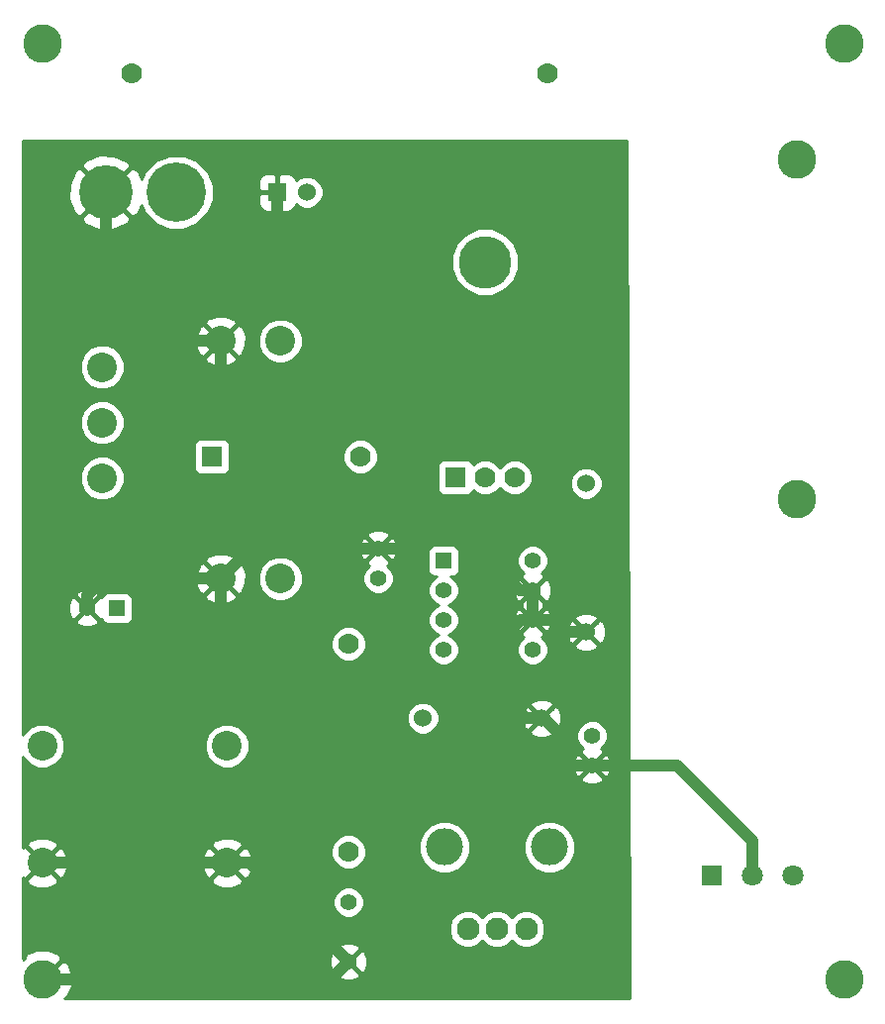
<source format=gbl>
G04 (created by PCBNEW (2013-jul-07)-stable) date Mon 24 Dec 2018 12:48:21 PM PST*
%MOIN*%
G04 Gerber Fmt 3.4, Leading zero omitted, Abs format*
%FSLAX34Y34*%
G01*
G70*
G90*
G04 APERTURE LIST*
%ADD10C,0.00590551*%
%ADD11C,0.1*%
%ADD12R,0.06X0.06*%
%ADD13C,0.06*%
%ADD14R,0.055X0.055*%
%ADD15C,0.055*%
%ADD16C,0.2*%
%ADD17C,0.1811*%
%ADD18C,0.13*%
%ADD19C,0.07*%
%ADD20R,0.07X0.07*%
%ADD21C,0.1772*%
%ADD22C,0.076*%
%ADD23C,0.125*%
%ADD24C,0.0709*%
%ADD25R,0.0709X0.0709*%
%ADD26C,0.04*%
%ADD27C,0.01*%
G04 APERTURE END LIST*
G54D10*
G54D11*
X37000Y-43380D03*
X37000Y-45250D03*
X37000Y-47120D03*
G54D12*
X42900Y-37500D03*
G54D13*
X43900Y-37500D03*
G54D14*
X48500Y-49900D03*
G54D15*
X48500Y-50900D03*
X48500Y-51900D03*
X48500Y-52900D03*
X51500Y-52900D03*
X51500Y-51900D03*
X51500Y-50900D03*
X51500Y-49900D03*
G54D16*
X39500Y-37500D03*
G54D17*
X37138Y-37500D03*
G54D11*
X43000Y-50500D03*
X41000Y-50500D03*
X43000Y-42500D03*
X41000Y-42500D03*
G54D15*
X45300Y-61400D03*
X45300Y-63400D03*
G54D14*
X37500Y-51500D03*
G54D15*
X36500Y-51500D03*
X46300Y-50500D03*
X46300Y-49500D03*
X53500Y-55800D03*
X53500Y-56800D03*
G54D18*
X62000Y-64000D03*
X62000Y-32500D03*
X35000Y-32500D03*
G54D13*
X47800Y-55200D03*
X51800Y-55200D03*
G54D19*
X45700Y-46400D03*
G54D20*
X40700Y-46400D03*
G54D19*
X45300Y-59700D03*
X45300Y-52700D03*
G54D13*
X53300Y-47300D03*
X53300Y-52300D03*
G54D19*
X52000Y-33500D03*
X38000Y-33500D03*
G54D11*
X34990Y-56131D03*
X41210Y-56131D03*
X34990Y-60069D03*
X41210Y-60069D03*
G54D20*
X48900Y-47100D03*
G54D19*
X49900Y-47100D03*
X50900Y-47100D03*
G54D21*
X49900Y-39848D03*
G54D22*
X49316Y-62300D03*
X50300Y-62300D03*
X51284Y-62300D03*
G54D23*
X48528Y-59544D03*
X52072Y-59544D03*
G54D18*
X35000Y-64000D03*
G54D24*
X58900Y-60500D03*
G54D25*
X57522Y-60500D03*
G54D24*
X60278Y-60500D03*
G54D18*
X60400Y-36385D03*
X60400Y-47815D03*
G54D26*
X41210Y-60069D02*
X41969Y-60069D01*
X41969Y-60069D02*
X45300Y-63400D01*
X35000Y-64000D02*
X44700Y-64000D01*
X44700Y-64000D02*
X45300Y-63400D01*
X38170Y-58080D02*
X38170Y-58120D01*
X40119Y-60069D02*
X41210Y-60069D01*
X38170Y-58120D02*
X40119Y-60069D01*
X41000Y-50500D02*
X41000Y-53930D01*
X36181Y-60069D02*
X34990Y-60069D01*
X38210Y-58040D02*
X38170Y-58080D01*
X38170Y-58080D02*
X36181Y-60069D01*
X38210Y-56720D02*
X38210Y-58040D01*
X41000Y-53930D02*
X38210Y-56720D01*
X53500Y-56800D02*
X56360Y-56800D01*
X58900Y-59340D02*
X58900Y-60500D01*
X56360Y-56800D02*
X58900Y-59340D01*
X51800Y-55200D02*
X51870Y-55200D01*
X52770Y-56800D02*
X53500Y-56800D01*
X52530Y-56560D02*
X52770Y-56800D01*
X52530Y-55860D02*
X52530Y-56560D01*
X51870Y-55200D02*
X52530Y-55860D01*
X51500Y-51900D02*
X51100Y-51900D01*
X51260Y-55200D02*
X51800Y-55200D01*
X50620Y-54560D02*
X51260Y-55200D01*
X50620Y-52380D02*
X50620Y-54560D01*
X51100Y-51900D02*
X50620Y-52380D01*
X51500Y-51900D02*
X52170Y-51900D01*
X52570Y-52300D02*
X53300Y-52300D01*
X52170Y-51900D02*
X52570Y-52300D01*
X51500Y-50900D02*
X51500Y-51900D01*
X46300Y-49500D02*
X47390Y-49500D01*
X51060Y-50900D02*
X51500Y-50900D01*
X49170Y-49010D02*
X51060Y-50900D01*
X47880Y-49010D02*
X49170Y-49010D01*
X47390Y-49500D02*
X47880Y-49010D01*
X46300Y-49500D02*
X42310Y-49500D01*
X42310Y-49500D02*
X41900Y-49090D01*
X36500Y-51500D02*
X36500Y-51050D01*
X37050Y-50500D02*
X41000Y-50500D01*
X36500Y-51050D02*
X37050Y-50500D01*
X41000Y-42500D02*
X41000Y-44350D01*
X41900Y-49600D02*
X41000Y-50500D01*
X41900Y-45250D02*
X41900Y-49090D01*
X41900Y-49090D02*
X41900Y-49600D01*
X41000Y-44350D02*
X41900Y-45250D01*
X41000Y-42500D02*
X39110Y-42500D01*
X37138Y-40528D02*
X37138Y-38858D01*
X39110Y-42500D02*
X37138Y-40528D01*
X37138Y-37500D02*
X37138Y-38858D01*
X42900Y-38630D02*
X42900Y-37500D01*
X42170Y-39360D02*
X42900Y-38630D01*
X37640Y-39360D02*
X42170Y-39360D01*
X37138Y-38858D02*
X37640Y-39360D01*
G54D10*
G36*
X54749Y-64625D02*
X54125Y-64625D01*
X54125Y-56675D01*
X54029Y-56445D01*
X54029Y-56445D01*
X54025Y-56445D01*
X54025Y-55696D01*
X53950Y-55514D01*
X53950Y-52171D01*
X53851Y-51932D01*
X53850Y-51930D01*
X53850Y-51930D01*
X53850Y-47191D01*
X53766Y-46988D01*
X53611Y-46834D01*
X53409Y-46750D01*
X53191Y-46749D01*
X52988Y-46833D01*
X52834Y-46988D01*
X52750Y-47190D01*
X52749Y-47408D01*
X52833Y-47611D01*
X52988Y-47765D01*
X53190Y-47849D01*
X53408Y-47850D01*
X53611Y-47766D01*
X53765Y-47611D01*
X53849Y-47409D01*
X53850Y-47191D01*
X53850Y-51930D01*
X53724Y-51911D01*
X53688Y-51946D01*
X53688Y-51875D01*
X53669Y-51749D01*
X53430Y-51650D01*
X53171Y-51649D01*
X52932Y-51748D01*
X52930Y-51749D01*
X52911Y-51875D01*
X53300Y-52264D01*
X53688Y-51875D01*
X53688Y-51946D01*
X53335Y-52300D01*
X53724Y-52688D01*
X53850Y-52669D01*
X53949Y-52430D01*
X53950Y-52171D01*
X53950Y-55514D01*
X53945Y-55503D01*
X53797Y-55355D01*
X53688Y-55309D01*
X53688Y-52724D01*
X53300Y-52335D01*
X53264Y-52370D01*
X53264Y-52300D01*
X52875Y-51911D01*
X52749Y-51930D01*
X52650Y-52169D01*
X52649Y-52428D01*
X52748Y-52667D01*
X52749Y-52669D01*
X52875Y-52688D01*
X53264Y-52300D01*
X53264Y-52370D01*
X52911Y-52724D01*
X52930Y-52850D01*
X53169Y-52949D01*
X53428Y-52950D01*
X53667Y-52851D01*
X53669Y-52850D01*
X53688Y-52724D01*
X53688Y-55309D01*
X53604Y-55275D01*
X53396Y-55274D01*
X53203Y-55354D01*
X53055Y-55502D01*
X52975Y-55695D01*
X52974Y-55903D01*
X53054Y-56097D01*
X53202Y-56244D01*
X53204Y-56245D01*
X53145Y-56270D01*
X53145Y-56270D01*
X53129Y-56393D01*
X53500Y-56764D01*
X53870Y-56393D01*
X53854Y-56270D01*
X53795Y-56245D01*
X53797Y-56245D01*
X53944Y-56097D01*
X54024Y-55904D01*
X54025Y-55696D01*
X54025Y-56445D01*
X53906Y-56429D01*
X53535Y-56800D01*
X53906Y-57170D01*
X54029Y-57154D01*
X54124Y-56924D01*
X54125Y-56675D01*
X54125Y-64625D01*
X53870Y-64625D01*
X53870Y-57206D01*
X53500Y-56835D01*
X53464Y-56870D01*
X53464Y-56800D01*
X53093Y-56429D01*
X52970Y-56445D01*
X52875Y-56675D01*
X52874Y-56924D01*
X52970Y-57154D01*
X52970Y-57154D01*
X53093Y-57170D01*
X53464Y-56800D01*
X53464Y-56870D01*
X53129Y-57206D01*
X53145Y-57329D01*
X53375Y-57424D01*
X53624Y-57425D01*
X53854Y-57329D01*
X53854Y-57329D01*
X53870Y-57206D01*
X53870Y-64625D01*
X52947Y-64625D01*
X52947Y-59370D01*
X52814Y-59049D01*
X52568Y-58802D01*
X52450Y-58753D01*
X52450Y-55071D01*
X52351Y-54832D01*
X52350Y-54830D01*
X52224Y-54811D01*
X52188Y-54846D01*
X52188Y-54775D01*
X52169Y-54649D01*
X52125Y-54631D01*
X52125Y-51775D01*
X52125Y-50775D01*
X52029Y-50545D01*
X52029Y-50545D01*
X52025Y-50545D01*
X52025Y-49796D01*
X51945Y-49603D01*
X51797Y-49455D01*
X51604Y-49375D01*
X51500Y-49375D01*
X51500Y-46981D01*
X51408Y-46760D01*
X51240Y-46591D01*
X51036Y-46506D01*
X51036Y-39623D01*
X50863Y-39205D01*
X50544Y-38885D01*
X50126Y-38712D01*
X49675Y-38711D01*
X49257Y-38884D01*
X48937Y-39203D01*
X48764Y-39621D01*
X48763Y-40072D01*
X48936Y-40490D01*
X49255Y-40810D01*
X49673Y-40983D01*
X50124Y-40984D01*
X50542Y-40811D01*
X50862Y-40492D01*
X51035Y-40074D01*
X51036Y-39623D01*
X51036Y-46506D01*
X51019Y-46500D01*
X50781Y-46499D01*
X50560Y-46591D01*
X50399Y-46751D01*
X50240Y-46591D01*
X50019Y-46500D01*
X49781Y-46499D01*
X49560Y-46591D01*
X49485Y-46665D01*
X49462Y-46608D01*
X49391Y-46538D01*
X49299Y-46500D01*
X49200Y-46499D01*
X48500Y-46499D01*
X48408Y-46537D01*
X48338Y-46608D01*
X48300Y-46700D01*
X48299Y-46799D01*
X48299Y-47499D01*
X48337Y-47591D01*
X48408Y-47661D01*
X48500Y-47699D01*
X48599Y-47700D01*
X49299Y-47700D01*
X49391Y-47662D01*
X49461Y-47591D01*
X49485Y-47534D01*
X49559Y-47608D01*
X49780Y-47699D01*
X50018Y-47700D01*
X50239Y-47608D01*
X50400Y-47448D01*
X50559Y-47608D01*
X50780Y-47699D01*
X51018Y-47700D01*
X51239Y-47608D01*
X51408Y-47440D01*
X51499Y-47219D01*
X51500Y-46981D01*
X51500Y-49375D01*
X51396Y-49374D01*
X51203Y-49454D01*
X51055Y-49602D01*
X50975Y-49795D01*
X50974Y-50003D01*
X51054Y-50197D01*
X51202Y-50344D01*
X51204Y-50345D01*
X51145Y-50370D01*
X51145Y-50370D01*
X51129Y-50493D01*
X51500Y-50864D01*
X51870Y-50493D01*
X51854Y-50370D01*
X51795Y-50345D01*
X51797Y-50345D01*
X51944Y-50197D01*
X52024Y-50004D01*
X52025Y-49796D01*
X52025Y-50545D01*
X51906Y-50529D01*
X51535Y-50900D01*
X51906Y-51270D01*
X52029Y-51254D01*
X52124Y-51024D01*
X52125Y-50775D01*
X52125Y-51775D01*
X52029Y-51545D01*
X52029Y-51545D01*
X51906Y-51529D01*
X51870Y-51564D01*
X51870Y-51493D01*
X51858Y-51400D01*
X51870Y-51306D01*
X51500Y-50935D01*
X51464Y-50970D01*
X51464Y-50900D01*
X51093Y-50529D01*
X50970Y-50545D01*
X50875Y-50775D01*
X50874Y-51024D01*
X50970Y-51254D01*
X50970Y-51254D01*
X51093Y-51270D01*
X51464Y-50900D01*
X51464Y-50970D01*
X51129Y-51306D01*
X51141Y-51400D01*
X51129Y-51493D01*
X51500Y-51864D01*
X51870Y-51493D01*
X51870Y-51564D01*
X51535Y-51900D01*
X51906Y-52270D01*
X52029Y-52254D01*
X52124Y-52024D01*
X52125Y-51775D01*
X52125Y-54631D01*
X52025Y-54589D01*
X52025Y-52796D01*
X51945Y-52603D01*
X51797Y-52455D01*
X51795Y-52454D01*
X51854Y-52429D01*
X51854Y-52429D01*
X51870Y-52306D01*
X51500Y-51935D01*
X51464Y-51970D01*
X51464Y-51900D01*
X51093Y-51529D01*
X50970Y-51545D01*
X50875Y-51775D01*
X50874Y-52024D01*
X50970Y-52254D01*
X50970Y-52254D01*
X51093Y-52270D01*
X51464Y-51900D01*
X51464Y-51970D01*
X51129Y-52306D01*
X51145Y-52429D01*
X51204Y-52454D01*
X51203Y-52454D01*
X51055Y-52602D01*
X50975Y-52795D01*
X50974Y-53003D01*
X51054Y-53197D01*
X51202Y-53344D01*
X51395Y-53424D01*
X51603Y-53425D01*
X51797Y-53345D01*
X51944Y-53197D01*
X52024Y-53004D01*
X52025Y-52796D01*
X52025Y-54589D01*
X51930Y-54550D01*
X51671Y-54549D01*
X51432Y-54648D01*
X51430Y-54649D01*
X51411Y-54775D01*
X51800Y-55164D01*
X52188Y-54775D01*
X52188Y-54846D01*
X51835Y-55200D01*
X52224Y-55588D01*
X52350Y-55569D01*
X52449Y-55330D01*
X52450Y-55071D01*
X52450Y-58753D01*
X52246Y-58669D01*
X52188Y-58669D01*
X52188Y-55624D01*
X51800Y-55235D01*
X51764Y-55270D01*
X51764Y-55200D01*
X51375Y-54811D01*
X51249Y-54830D01*
X51150Y-55069D01*
X51149Y-55328D01*
X51248Y-55567D01*
X51249Y-55569D01*
X51375Y-55588D01*
X51764Y-55200D01*
X51764Y-55270D01*
X51411Y-55624D01*
X51430Y-55750D01*
X51669Y-55849D01*
X51928Y-55850D01*
X52167Y-55751D01*
X52169Y-55750D01*
X52188Y-55624D01*
X52188Y-58669D01*
X51898Y-58668D01*
X51577Y-58801D01*
X51330Y-59047D01*
X51197Y-59369D01*
X51196Y-59717D01*
X51329Y-60039D01*
X51575Y-60285D01*
X51897Y-60418D01*
X52245Y-60419D01*
X52567Y-60286D01*
X52813Y-60040D01*
X52946Y-59718D01*
X52947Y-59370D01*
X52947Y-64625D01*
X51914Y-64625D01*
X51914Y-62175D01*
X51818Y-61943D01*
X51641Y-61766D01*
X51409Y-61670D01*
X51159Y-61669D01*
X50927Y-61765D01*
X50791Y-61901D01*
X50657Y-61766D01*
X50425Y-61670D01*
X50175Y-61669D01*
X49943Y-61765D01*
X49807Y-61901D01*
X49673Y-61766D01*
X49441Y-61670D01*
X49403Y-61670D01*
X49403Y-59370D01*
X49270Y-59049D01*
X49025Y-58803D01*
X49025Y-52796D01*
X48945Y-52603D01*
X48797Y-52455D01*
X48664Y-52399D01*
X48797Y-52345D01*
X48944Y-52197D01*
X49024Y-52004D01*
X49025Y-51796D01*
X48945Y-51603D01*
X48797Y-51455D01*
X48664Y-51399D01*
X48797Y-51345D01*
X48944Y-51197D01*
X49024Y-51004D01*
X49025Y-50796D01*
X48945Y-50603D01*
X48797Y-50455D01*
X48725Y-50425D01*
X48824Y-50425D01*
X48916Y-50387D01*
X48986Y-50316D01*
X49024Y-50224D01*
X49025Y-50125D01*
X49025Y-49575D01*
X48987Y-49483D01*
X48916Y-49413D01*
X48824Y-49375D01*
X48725Y-49374D01*
X48175Y-49374D01*
X48083Y-49412D01*
X48013Y-49483D01*
X47975Y-49575D01*
X47974Y-49674D01*
X47974Y-50224D01*
X48012Y-50316D01*
X48083Y-50386D01*
X48175Y-50424D01*
X48274Y-50425D01*
X48274Y-50425D01*
X48203Y-50454D01*
X48055Y-50602D01*
X47975Y-50795D01*
X47974Y-51003D01*
X48054Y-51197D01*
X48202Y-51344D01*
X48335Y-51400D01*
X48203Y-51454D01*
X48055Y-51602D01*
X47975Y-51795D01*
X47974Y-52003D01*
X48054Y-52197D01*
X48202Y-52344D01*
X48335Y-52400D01*
X48203Y-52454D01*
X48055Y-52602D01*
X47975Y-52795D01*
X47974Y-53003D01*
X48054Y-53197D01*
X48202Y-53344D01*
X48395Y-53424D01*
X48603Y-53425D01*
X48797Y-53345D01*
X48944Y-53197D01*
X49024Y-53004D01*
X49025Y-52796D01*
X49025Y-58803D01*
X49024Y-58802D01*
X48702Y-58669D01*
X48354Y-58668D01*
X48350Y-58670D01*
X48350Y-55091D01*
X48266Y-54888D01*
X48111Y-54734D01*
X47909Y-54650D01*
X47691Y-54649D01*
X47488Y-54733D01*
X47334Y-54888D01*
X47250Y-55090D01*
X47249Y-55308D01*
X47333Y-55511D01*
X47488Y-55665D01*
X47690Y-55749D01*
X47908Y-55750D01*
X48111Y-55666D01*
X48265Y-55511D01*
X48349Y-55309D01*
X48350Y-55091D01*
X48350Y-58670D01*
X48033Y-58801D01*
X47786Y-59047D01*
X47653Y-59369D01*
X47652Y-59717D01*
X47785Y-60039D01*
X48031Y-60285D01*
X48353Y-60418D01*
X48701Y-60419D01*
X49023Y-60286D01*
X49269Y-60040D01*
X49402Y-59718D01*
X49403Y-59370D01*
X49403Y-61670D01*
X49191Y-61669D01*
X48959Y-61765D01*
X48782Y-61942D01*
X48686Y-62174D01*
X48685Y-62424D01*
X48781Y-62656D01*
X48958Y-62833D01*
X49190Y-62929D01*
X49440Y-62930D01*
X49672Y-62834D01*
X49808Y-62698D01*
X49942Y-62833D01*
X50174Y-62929D01*
X50424Y-62930D01*
X50656Y-62834D01*
X50792Y-62698D01*
X50926Y-62833D01*
X51158Y-62929D01*
X51408Y-62930D01*
X51640Y-62834D01*
X51817Y-62657D01*
X51913Y-62425D01*
X51914Y-62175D01*
X51914Y-64625D01*
X46925Y-64625D01*
X46925Y-49375D01*
X46829Y-49145D01*
X46829Y-49145D01*
X46706Y-49129D01*
X46670Y-49164D01*
X46670Y-49093D01*
X46654Y-48970D01*
X46424Y-48875D01*
X46300Y-48875D01*
X46300Y-46281D01*
X46208Y-46060D01*
X46040Y-45891D01*
X45819Y-45800D01*
X45581Y-45799D01*
X45360Y-45891D01*
X45191Y-46059D01*
X45100Y-46280D01*
X45099Y-46518D01*
X45191Y-46739D01*
X45359Y-46908D01*
X45580Y-46999D01*
X45818Y-47000D01*
X46039Y-46908D01*
X46208Y-46740D01*
X46299Y-46519D01*
X46300Y-46281D01*
X46300Y-48875D01*
X46175Y-48874D01*
X45945Y-48970D01*
X45945Y-48970D01*
X45929Y-49093D01*
X46300Y-49464D01*
X46670Y-49093D01*
X46670Y-49164D01*
X46335Y-49500D01*
X46706Y-49870D01*
X46829Y-49854D01*
X46924Y-49624D01*
X46925Y-49375D01*
X46925Y-64625D01*
X46825Y-64625D01*
X46825Y-50396D01*
X46745Y-50203D01*
X46597Y-50055D01*
X46595Y-50054D01*
X46654Y-50029D01*
X46654Y-50029D01*
X46670Y-49906D01*
X46300Y-49535D01*
X46264Y-49570D01*
X46264Y-49500D01*
X45893Y-49129D01*
X45770Y-49145D01*
X45675Y-49375D01*
X45674Y-49624D01*
X45770Y-49854D01*
X45770Y-49854D01*
X45893Y-49870D01*
X46264Y-49500D01*
X46264Y-49570D01*
X45929Y-49906D01*
X45945Y-50029D01*
X46004Y-50054D01*
X46003Y-50054D01*
X45855Y-50202D01*
X45775Y-50395D01*
X45774Y-50603D01*
X45854Y-50797D01*
X46002Y-50944D01*
X46195Y-51024D01*
X46403Y-51025D01*
X46597Y-50945D01*
X46744Y-50797D01*
X46824Y-50604D01*
X46825Y-50396D01*
X46825Y-64625D01*
X45925Y-64625D01*
X45925Y-63275D01*
X45900Y-63215D01*
X45900Y-59581D01*
X45900Y-52581D01*
X45808Y-52360D01*
X45640Y-52191D01*
X45419Y-52100D01*
X45181Y-52099D01*
X44960Y-52191D01*
X44791Y-52359D01*
X44700Y-52580D01*
X44699Y-52818D01*
X44791Y-53039D01*
X44959Y-53208D01*
X45180Y-53299D01*
X45418Y-53300D01*
X45639Y-53208D01*
X45808Y-53040D01*
X45899Y-52819D01*
X45900Y-52581D01*
X45900Y-59581D01*
X45808Y-59360D01*
X45640Y-59191D01*
X45419Y-59100D01*
X45181Y-59099D01*
X44960Y-59191D01*
X44791Y-59359D01*
X44700Y-59580D01*
X44699Y-59818D01*
X44791Y-60039D01*
X44959Y-60208D01*
X45180Y-60299D01*
X45418Y-60300D01*
X45639Y-60208D01*
X45808Y-60040D01*
X45899Y-59819D01*
X45900Y-59581D01*
X45900Y-63215D01*
X45829Y-63045D01*
X45829Y-63045D01*
X45825Y-63045D01*
X45825Y-61296D01*
X45745Y-61103D01*
X45597Y-60955D01*
X45404Y-60875D01*
X45196Y-60874D01*
X45003Y-60954D01*
X44855Y-61102D01*
X44775Y-61295D01*
X44774Y-61503D01*
X44854Y-61697D01*
X45002Y-61844D01*
X45195Y-61924D01*
X45403Y-61925D01*
X45597Y-61845D01*
X45744Y-61697D01*
X45824Y-61504D01*
X45825Y-61296D01*
X45825Y-63045D01*
X45706Y-63029D01*
X45670Y-63064D01*
X45670Y-62993D01*
X45654Y-62870D01*
X45424Y-62775D01*
X45175Y-62774D01*
X44945Y-62870D01*
X44945Y-62870D01*
X44929Y-62993D01*
X45300Y-63364D01*
X45670Y-62993D01*
X45670Y-63064D01*
X45335Y-63400D01*
X45706Y-63770D01*
X45829Y-63754D01*
X45924Y-63524D01*
X45925Y-63275D01*
X45925Y-64625D01*
X45670Y-64625D01*
X45670Y-63806D01*
X45300Y-63435D01*
X45264Y-63470D01*
X45264Y-63400D01*
X44893Y-63029D01*
X44770Y-63045D01*
X44675Y-63275D01*
X44674Y-63524D01*
X44770Y-63754D01*
X44770Y-63754D01*
X44893Y-63770D01*
X45264Y-63400D01*
X45264Y-63470D01*
X44929Y-63806D01*
X44945Y-63929D01*
X45175Y-64024D01*
X45424Y-64025D01*
X45654Y-63929D01*
X45654Y-63929D01*
X45670Y-63806D01*
X45670Y-64625D01*
X44450Y-64625D01*
X44450Y-37391D01*
X44366Y-37188D01*
X44211Y-37034D01*
X44009Y-36950D01*
X43791Y-36949D01*
X43588Y-37033D01*
X43532Y-37089D01*
X43496Y-37001D01*
X43398Y-36903D01*
X43269Y-36849D01*
X43012Y-36850D01*
X42925Y-36937D01*
X42925Y-37475D01*
X42932Y-37475D01*
X42932Y-37525D01*
X42925Y-37525D01*
X42925Y-38062D01*
X43012Y-38150D01*
X43269Y-38150D01*
X43398Y-38096D01*
X43496Y-37998D01*
X43532Y-37910D01*
X43588Y-37965D01*
X43790Y-38049D01*
X44008Y-38050D01*
X44211Y-37966D01*
X44365Y-37811D01*
X44449Y-37609D01*
X44450Y-37391D01*
X44450Y-64625D01*
X43750Y-64625D01*
X43750Y-50351D01*
X43750Y-42351D01*
X43636Y-42075D01*
X43425Y-41864D01*
X43149Y-41750D01*
X42875Y-41749D01*
X42875Y-38062D01*
X42875Y-37525D01*
X42875Y-37475D01*
X42875Y-36937D01*
X42787Y-36850D01*
X42530Y-36849D01*
X42402Y-36903D01*
X42303Y-37001D01*
X42250Y-37130D01*
X42249Y-37269D01*
X42250Y-37387D01*
X42337Y-37475D01*
X42875Y-37475D01*
X42875Y-37525D01*
X42337Y-37525D01*
X42250Y-37612D01*
X42249Y-37730D01*
X42250Y-37869D01*
X42303Y-37998D01*
X42402Y-38096D01*
X42530Y-38150D01*
X42787Y-38150D01*
X42875Y-38062D01*
X42875Y-41749D01*
X42851Y-41749D01*
X42575Y-41863D01*
X42364Y-42074D01*
X42250Y-42350D01*
X42249Y-42648D01*
X42363Y-42924D01*
X42574Y-43135D01*
X42850Y-43249D01*
X43148Y-43250D01*
X43424Y-43136D01*
X43635Y-42925D01*
X43749Y-42649D01*
X43750Y-42351D01*
X43750Y-50351D01*
X43636Y-50075D01*
X43425Y-49864D01*
X43149Y-49750D01*
X42851Y-49749D01*
X42575Y-49863D01*
X42364Y-50074D01*
X42250Y-50350D01*
X42249Y-50648D01*
X42363Y-50924D01*
X42574Y-51135D01*
X42850Y-51249D01*
X43148Y-51250D01*
X43424Y-51136D01*
X43635Y-50925D01*
X43749Y-50649D01*
X43750Y-50351D01*
X43750Y-64625D01*
X42061Y-64625D01*
X42061Y-59908D01*
X41960Y-59656D01*
X41960Y-55982D01*
X41851Y-55720D01*
X41851Y-50339D01*
X41851Y-42339D01*
X41725Y-42026D01*
X41715Y-42011D01*
X41568Y-41967D01*
X41532Y-42002D01*
X41532Y-41931D01*
X41488Y-41784D01*
X41177Y-41651D01*
X40839Y-41648D01*
X40750Y-41684D01*
X40750Y-37252D01*
X40560Y-36792D01*
X40208Y-36440D01*
X39749Y-36250D01*
X39252Y-36249D01*
X38792Y-36439D01*
X38440Y-36791D01*
X38321Y-37078D01*
X38216Y-36809D01*
X38188Y-36767D01*
X37998Y-36674D01*
X37963Y-36709D01*
X37963Y-36639D01*
X37870Y-36449D01*
X37412Y-36249D01*
X36913Y-36239D01*
X36447Y-36421D01*
X36405Y-36449D01*
X36312Y-36639D01*
X37138Y-37464D01*
X37963Y-36639D01*
X37963Y-36709D01*
X37173Y-37500D01*
X37998Y-38325D01*
X38188Y-38232D01*
X38322Y-37924D01*
X38439Y-38207D01*
X38791Y-38559D01*
X39250Y-38749D01*
X39747Y-38750D01*
X40207Y-38560D01*
X40559Y-38208D01*
X40749Y-37749D01*
X40750Y-37252D01*
X40750Y-41684D01*
X40526Y-41774D01*
X40511Y-41784D01*
X40467Y-41931D01*
X41000Y-42464D01*
X41532Y-41931D01*
X41532Y-42002D01*
X41035Y-42500D01*
X41568Y-43032D01*
X41715Y-42988D01*
X41848Y-42677D01*
X41851Y-42339D01*
X41851Y-50339D01*
X41725Y-50026D01*
X41715Y-50011D01*
X41568Y-49967D01*
X41532Y-50002D01*
X41532Y-49931D01*
X41532Y-43068D01*
X41000Y-42535D01*
X40964Y-42570D01*
X40964Y-42500D01*
X40431Y-41967D01*
X40284Y-42011D01*
X40151Y-42322D01*
X40148Y-42660D01*
X40274Y-42973D01*
X40284Y-42988D01*
X40431Y-43032D01*
X40964Y-42500D01*
X40964Y-42570D01*
X40467Y-43068D01*
X40511Y-43215D01*
X40822Y-43348D01*
X41160Y-43351D01*
X41473Y-43225D01*
X41488Y-43215D01*
X41532Y-43068D01*
X41532Y-49931D01*
X41488Y-49784D01*
X41300Y-49703D01*
X41300Y-46700D01*
X41300Y-46000D01*
X41262Y-45908D01*
X41191Y-45838D01*
X41099Y-45800D01*
X41000Y-45799D01*
X40300Y-45799D01*
X40208Y-45837D01*
X40138Y-45908D01*
X40100Y-46000D01*
X40099Y-46099D01*
X40099Y-46799D01*
X40137Y-46891D01*
X40208Y-46961D01*
X40300Y-46999D01*
X40399Y-47000D01*
X41099Y-47000D01*
X41191Y-46962D01*
X41261Y-46891D01*
X41299Y-46799D01*
X41300Y-46700D01*
X41300Y-49703D01*
X41177Y-49651D01*
X40839Y-49648D01*
X40526Y-49774D01*
X40511Y-49784D01*
X40467Y-49931D01*
X41000Y-50464D01*
X41532Y-49931D01*
X41532Y-50002D01*
X41035Y-50500D01*
X41568Y-51032D01*
X41715Y-50988D01*
X41848Y-50677D01*
X41851Y-50339D01*
X41851Y-55720D01*
X41846Y-55706D01*
X41635Y-55495D01*
X41532Y-55453D01*
X41532Y-51068D01*
X41000Y-50535D01*
X40964Y-50570D01*
X40964Y-50500D01*
X40431Y-49967D01*
X40284Y-50011D01*
X40151Y-50322D01*
X40148Y-50660D01*
X40274Y-50973D01*
X40284Y-50988D01*
X40431Y-51032D01*
X40964Y-50500D01*
X40964Y-50570D01*
X40467Y-51068D01*
X40511Y-51215D01*
X40822Y-51348D01*
X41160Y-51351D01*
X41473Y-51225D01*
X41488Y-51215D01*
X41532Y-51068D01*
X41532Y-55453D01*
X41359Y-55381D01*
X41061Y-55380D01*
X40785Y-55494D01*
X40574Y-55705D01*
X40460Y-55981D01*
X40459Y-56279D01*
X40573Y-56555D01*
X40784Y-56766D01*
X41060Y-56880D01*
X41358Y-56881D01*
X41634Y-56767D01*
X41845Y-56556D01*
X41959Y-56280D01*
X41960Y-55982D01*
X41960Y-59656D01*
X41935Y-59595D01*
X41925Y-59580D01*
X41778Y-59536D01*
X41742Y-59571D01*
X41742Y-59500D01*
X41698Y-59353D01*
X41387Y-59220D01*
X41049Y-59217D01*
X40736Y-59343D01*
X40721Y-59353D01*
X40677Y-59500D01*
X41210Y-60033D01*
X41742Y-59500D01*
X41742Y-59571D01*
X41245Y-60069D01*
X41778Y-60601D01*
X41925Y-60557D01*
X42058Y-60246D01*
X42061Y-59908D01*
X42061Y-64625D01*
X41742Y-64625D01*
X41742Y-60637D01*
X41210Y-60104D01*
X41174Y-60139D01*
X41174Y-60069D01*
X40641Y-59536D01*
X40494Y-59580D01*
X40361Y-59891D01*
X40358Y-60229D01*
X40484Y-60542D01*
X40494Y-60557D01*
X40641Y-60601D01*
X41174Y-60069D01*
X41174Y-60139D01*
X40677Y-60637D01*
X40721Y-60784D01*
X41032Y-60917D01*
X41370Y-60920D01*
X41683Y-60794D01*
X41698Y-60784D01*
X41742Y-60637D01*
X41742Y-64625D01*
X38025Y-64625D01*
X38025Y-51725D01*
X38025Y-51175D01*
X37987Y-51083D01*
X37963Y-51059D01*
X37963Y-38360D01*
X37138Y-37535D01*
X37102Y-37570D01*
X37102Y-37500D01*
X36277Y-36674D01*
X36087Y-36767D01*
X35887Y-37225D01*
X35877Y-37724D01*
X36059Y-38190D01*
X36087Y-38232D01*
X36277Y-38325D01*
X37102Y-37500D01*
X37102Y-37570D01*
X36312Y-38360D01*
X36405Y-38550D01*
X36863Y-38750D01*
X37362Y-38760D01*
X37828Y-38578D01*
X37870Y-38550D01*
X37963Y-38360D01*
X37963Y-51059D01*
X37916Y-51013D01*
X37824Y-50975D01*
X37750Y-50974D01*
X37750Y-46971D01*
X37750Y-45101D01*
X37750Y-43231D01*
X37636Y-42955D01*
X37425Y-42744D01*
X37149Y-42630D01*
X36851Y-42629D01*
X36575Y-42743D01*
X36364Y-42954D01*
X36250Y-43230D01*
X36249Y-43528D01*
X36363Y-43804D01*
X36574Y-44015D01*
X36850Y-44129D01*
X37148Y-44130D01*
X37424Y-44016D01*
X37635Y-43805D01*
X37749Y-43529D01*
X37750Y-43231D01*
X37750Y-45101D01*
X37636Y-44825D01*
X37425Y-44614D01*
X37149Y-44500D01*
X36851Y-44499D01*
X36575Y-44613D01*
X36364Y-44824D01*
X36250Y-45100D01*
X36249Y-45398D01*
X36363Y-45674D01*
X36574Y-45885D01*
X36850Y-45999D01*
X37148Y-46000D01*
X37424Y-45886D01*
X37635Y-45675D01*
X37749Y-45399D01*
X37750Y-45101D01*
X37750Y-46971D01*
X37636Y-46695D01*
X37425Y-46484D01*
X37149Y-46370D01*
X36851Y-46369D01*
X36575Y-46483D01*
X36364Y-46694D01*
X36250Y-46970D01*
X36249Y-47268D01*
X36363Y-47544D01*
X36574Y-47755D01*
X36850Y-47869D01*
X37148Y-47870D01*
X37424Y-47756D01*
X37635Y-47545D01*
X37749Y-47269D01*
X37750Y-46971D01*
X37750Y-50974D01*
X37725Y-50974D01*
X37175Y-50974D01*
X37083Y-51012D01*
X37013Y-51083D01*
X36989Y-51140D01*
X36906Y-51129D01*
X36870Y-51164D01*
X36870Y-51093D01*
X36854Y-50970D01*
X36624Y-50875D01*
X36375Y-50874D01*
X36145Y-50970D01*
X36145Y-50970D01*
X36129Y-51093D01*
X36500Y-51464D01*
X36870Y-51093D01*
X36870Y-51164D01*
X36535Y-51500D01*
X36906Y-51870D01*
X36989Y-51859D01*
X37012Y-51916D01*
X37083Y-51986D01*
X37175Y-52024D01*
X37274Y-52025D01*
X37824Y-52025D01*
X37916Y-51987D01*
X37986Y-51916D01*
X38024Y-51824D01*
X38025Y-51725D01*
X38025Y-64625D01*
X36870Y-64625D01*
X36870Y-51906D01*
X36500Y-51535D01*
X36464Y-51570D01*
X36464Y-51500D01*
X36093Y-51129D01*
X35970Y-51145D01*
X35875Y-51375D01*
X35874Y-51624D01*
X35970Y-51854D01*
X35970Y-51854D01*
X36093Y-51870D01*
X36464Y-51500D01*
X36464Y-51570D01*
X36129Y-51906D01*
X36145Y-52029D01*
X36375Y-52124D01*
X36624Y-52125D01*
X36854Y-52029D01*
X36854Y-52029D01*
X36870Y-51906D01*
X36870Y-64625D01*
X35718Y-64625D01*
X35839Y-64578D01*
X35996Y-64213D01*
X36002Y-63815D01*
X35856Y-63446D01*
X35841Y-63424D01*
X35841Y-59908D01*
X35715Y-59595D01*
X35705Y-59580D01*
X35558Y-59536D01*
X35522Y-59571D01*
X35522Y-59500D01*
X35478Y-59353D01*
X35167Y-59220D01*
X34829Y-59217D01*
X34516Y-59343D01*
X34501Y-59353D01*
X34457Y-59500D01*
X34990Y-60033D01*
X35522Y-59500D01*
X35522Y-59571D01*
X35025Y-60069D01*
X35558Y-60601D01*
X35705Y-60557D01*
X35838Y-60246D01*
X35841Y-59908D01*
X35841Y-63424D01*
X35839Y-63421D01*
X35676Y-63358D01*
X35641Y-63394D01*
X35035Y-64000D01*
X35040Y-64005D01*
X35005Y-64040D01*
X35000Y-64035D01*
X34994Y-64040D01*
X34959Y-64005D01*
X34964Y-64000D01*
X34959Y-63994D01*
X34994Y-63959D01*
X35000Y-63964D01*
X35641Y-63323D01*
X35578Y-63160D01*
X35522Y-63136D01*
X35522Y-60637D01*
X34990Y-60104D01*
X34457Y-60637D01*
X34501Y-60784D01*
X34812Y-60917D01*
X35150Y-60920D01*
X35463Y-60794D01*
X35478Y-60784D01*
X35522Y-60637D01*
X35522Y-63136D01*
X35213Y-63003D01*
X34815Y-62997D01*
X34446Y-63143D01*
X34421Y-63160D01*
X34358Y-63323D01*
X34325Y-63289D01*
X34325Y-60573D01*
X34421Y-60601D01*
X34954Y-60069D01*
X34421Y-59536D01*
X34325Y-59564D01*
X34325Y-56485D01*
X34353Y-56555D01*
X34564Y-56766D01*
X34840Y-56880D01*
X35138Y-56881D01*
X35414Y-56767D01*
X35625Y-56556D01*
X35739Y-56280D01*
X35740Y-55982D01*
X35626Y-55706D01*
X35415Y-55495D01*
X35139Y-55381D01*
X34841Y-55380D01*
X34565Y-55494D01*
X34354Y-55705D01*
X34325Y-55776D01*
X34325Y-35750D01*
X54650Y-35750D01*
X54749Y-64625D01*
X54749Y-64625D01*
G37*
G54D27*
X54749Y-64625D02*
X54125Y-64625D01*
X54125Y-56675D01*
X54029Y-56445D01*
X54029Y-56445D01*
X54025Y-56445D01*
X54025Y-55696D01*
X53950Y-55514D01*
X53950Y-52171D01*
X53851Y-51932D01*
X53850Y-51930D01*
X53850Y-51930D01*
X53850Y-47191D01*
X53766Y-46988D01*
X53611Y-46834D01*
X53409Y-46750D01*
X53191Y-46749D01*
X52988Y-46833D01*
X52834Y-46988D01*
X52750Y-47190D01*
X52749Y-47408D01*
X52833Y-47611D01*
X52988Y-47765D01*
X53190Y-47849D01*
X53408Y-47850D01*
X53611Y-47766D01*
X53765Y-47611D01*
X53849Y-47409D01*
X53850Y-47191D01*
X53850Y-51930D01*
X53724Y-51911D01*
X53688Y-51946D01*
X53688Y-51875D01*
X53669Y-51749D01*
X53430Y-51650D01*
X53171Y-51649D01*
X52932Y-51748D01*
X52930Y-51749D01*
X52911Y-51875D01*
X53300Y-52264D01*
X53688Y-51875D01*
X53688Y-51946D01*
X53335Y-52300D01*
X53724Y-52688D01*
X53850Y-52669D01*
X53949Y-52430D01*
X53950Y-52171D01*
X53950Y-55514D01*
X53945Y-55503D01*
X53797Y-55355D01*
X53688Y-55309D01*
X53688Y-52724D01*
X53300Y-52335D01*
X53264Y-52370D01*
X53264Y-52300D01*
X52875Y-51911D01*
X52749Y-51930D01*
X52650Y-52169D01*
X52649Y-52428D01*
X52748Y-52667D01*
X52749Y-52669D01*
X52875Y-52688D01*
X53264Y-52300D01*
X53264Y-52370D01*
X52911Y-52724D01*
X52930Y-52850D01*
X53169Y-52949D01*
X53428Y-52950D01*
X53667Y-52851D01*
X53669Y-52850D01*
X53688Y-52724D01*
X53688Y-55309D01*
X53604Y-55275D01*
X53396Y-55274D01*
X53203Y-55354D01*
X53055Y-55502D01*
X52975Y-55695D01*
X52974Y-55903D01*
X53054Y-56097D01*
X53202Y-56244D01*
X53204Y-56245D01*
X53145Y-56270D01*
X53145Y-56270D01*
X53129Y-56393D01*
X53500Y-56764D01*
X53870Y-56393D01*
X53854Y-56270D01*
X53795Y-56245D01*
X53797Y-56245D01*
X53944Y-56097D01*
X54024Y-55904D01*
X54025Y-55696D01*
X54025Y-56445D01*
X53906Y-56429D01*
X53535Y-56800D01*
X53906Y-57170D01*
X54029Y-57154D01*
X54124Y-56924D01*
X54125Y-56675D01*
X54125Y-64625D01*
X53870Y-64625D01*
X53870Y-57206D01*
X53500Y-56835D01*
X53464Y-56870D01*
X53464Y-56800D01*
X53093Y-56429D01*
X52970Y-56445D01*
X52875Y-56675D01*
X52874Y-56924D01*
X52970Y-57154D01*
X52970Y-57154D01*
X53093Y-57170D01*
X53464Y-56800D01*
X53464Y-56870D01*
X53129Y-57206D01*
X53145Y-57329D01*
X53375Y-57424D01*
X53624Y-57425D01*
X53854Y-57329D01*
X53854Y-57329D01*
X53870Y-57206D01*
X53870Y-64625D01*
X52947Y-64625D01*
X52947Y-59370D01*
X52814Y-59049D01*
X52568Y-58802D01*
X52450Y-58753D01*
X52450Y-55071D01*
X52351Y-54832D01*
X52350Y-54830D01*
X52224Y-54811D01*
X52188Y-54846D01*
X52188Y-54775D01*
X52169Y-54649D01*
X52125Y-54631D01*
X52125Y-51775D01*
X52125Y-50775D01*
X52029Y-50545D01*
X52029Y-50545D01*
X52025Y-50545D01*
X52025Y-49796D01*
X51945Y-49603D01*
X51797Y-49455D01*
X51604Y-49375D01*
X51500Y-49375D01*
X51500Y-46981D01*
X51408Y-46760D01*
X51240Y-46591D01*
X51036Y-46506D01*
X51036Y-39623D01*
X50863Y-39205D01*
X50544Y-38885D01*
X50126Y-38712D01*
X49675Y-38711D01*
X49257Y-38884D01*
X48937Y-39203D01*
X48764Y-39621D01*
X48763Y-40072D01*
X48936Y-40490D01*
X49255Y-40810D01*
X49673Y-40983D01*
X50124Y-40984D01*
X50542Y-40811D01*
X50862Y-40492D01*
X51035Y-40074D01*
X51036Y-39623D01*
X51036Y-46506D01*
X51019Y-46500D01*
X50781Y-46499D01*
X50560Y-46591D01*
X50399Y-46751D01*
X50240Y-46591D01*
X50019Y-46500D01*
X49781Y-46499D01*
X49560Y-46591D01*
X49485Y-46665D01*
X49462Y-46608D01*
X49391Y-46538D01*
X49299Y-46500D01*
X49200Y-46499D01*
X48500Y-46499D01*
X48408Y-46537D01*
X48338Y-46608D01*
X48300Y-46700D01*
X48299Y-46799D01*
X48299Y-47499D01*
X48337Y-47591D01*
X48408Y-47661D01*
X48500Y-47699D01*
X48599Y-47700D01*
X49299Y-47700D01*
X49391Y-47662D01*
X49461Y-47591D01*
X49485Y-47534D01*
X49559Y-47608D01*
X49780Y-47699D01*
X50018Y-47700D01*
X50239Y-47608D01*
X50400Y-47448D01*
X50559Y-47608D01*
X50780Y-47699D01*
X51018Y-47700D01*
X51239Y-47608D01*
X51408Y-47440D01*
X51499Y-47219D01*
X51500Y-46981D01*
X51500Y-49375D01*
X51396Y-49374D01*
X51203Y-49454D01*
X51055Y-49602D01*
X50975Y-49795D01*
X50974Y-50003D01*
X51054Y-50197D01*
X51202Y-50344D01*
X51204Y-50345D01*
X51145Y-50370D01*
X51145Y-50370D01*
X51129Y-50493D01*
X51500Y-50864D01*
X51870Y-50493D01*
X51854Y-50370D01*
X51795Y-50345D01*
X51797Y-50345D01*
X51944Y-50197D01*
X52024Y-50004D01*
X52025Y-49796D01*
X52025Y-50545D01*
X51906Y-50529D01*
X51535Y-50900D01*
X51906Y-51270D01*
X52029Y-51254D01*
X52124Y-51024D01*
X52125Y-50775D01*
X52125Y-51775D01*
X52029Y-51545D01*
X52029Y-51545D01*
X51906Y-51529D01*
X51870Y-51564D01*
X51870Y-51493D01*
X51858Y-51400D01*
X51870Y-51306D01*
X51500Y-50935D01*
X51464Y-50970D01*
X51464Y-50900D01*
X51093Y-50529D01*
X50970Y-50545D01*
X50875Y-50775D01*
X50874Y-51024D01*
X50970Y-51254D01*
X50970Y-51254D01*
X51093Y-51270D01*
X51464Y-50900D01*
X51464Y-50970D01*
X51129Y-51306D01*
X51141Y-51400D01*
X51129Y-51493D01*
X51500Y-51864D01*
X51870Y-51493D01*
X51870Y-51564D01*
X51535Y-51900D01*
X51906Y-52270D01*
X52029Y-52254D01*
X52124Y-52024D01*
X52125Y-51775D01*
X52125Y-54631D01*
X52025Y-54589D01*
X52025Y-52796D01*
X51945Y-52603D01*
X51797Y-52455D01*
X51795Y-52454D01*
X51854Y-52429D01*
X51854Y-52429D01*
X51870Y-52306D01*
X51500Y-51935D01*
X51464Y-51970D01*
X51464Y-51900D01*
X51093Y-51529D01*
X50970Y-51545D01*
X50875Y-51775D01*
X50874Y-52024D01*
X50970Y-52254D01*
X50970Y-52254D01*
X51093Y-52270D01*
X51464Y-51900D01*
X51464Y-51970D01*
X51129Y-52306D01*
X51145Y-52429D01*
X51204Y-52454D01*
X51203Y-52454D01*
X51055Y-52602D01*
X50975Y-52795D01*
X50974Y-53003D01*
X51054Y-53197D01*
X51202Y-53344D01*
X51395Y-53424D01*
X51603Y-53425D01*
X51797Y-53345D01*
X51944Y-53197D01*
X52024Y-53004D01*
X52025Y-52796D01*
X52025Y-54589D01*
X51930Y-54550D01*
X51671Y-54549D01*
X51432Y-54648D01*
X51430Y-54649D01*
X51411Y-54775D01*
X51800Y-55164D01*
X52188Y-54775D01*
X52188Y-54846D01*
X51835Y-55200D01*
X52224Y-55588D01*
X52350Y-55569D01*
X52449Y-55330D01*
X52450Y-55071D01*
X52450Y-58753D01*
X52246Y-58669D01*
X52188Y-58669D01*
X52188Y-55624D01*
X51800Y-55235D01*
X51764Y-55270D01*
X51764Y-55200D01*
X51375Y-54811D01*
X51249Y-54830D01*
X51150Y-55069D01*
X51149Y-55328D01*
X51248Y-55567D01*
X51249Y-55569D01*
X51375Y-55588D01*
X51764Y-55200D01*
X51764Y-55270D01*
X51411Y-55624D01*
X51430Y-55750D01*
X51669Y-55849D01*
X51928Y-55850D01*
X52167Y-55751D01*
X52169Y-55750D01*
X52188Y-55624D01*
X52188Y-58669D01*
X51898Y-58668D01*
X51577Y-58801D01*
X51330Y-59047D01*
X51197Y-59369D01*
X51196Y-59717D01*
X51329Y-60039D01*
X51575Y-60285D01*
X51897Y-60418D01*
X52245Y-60419D01*
X52567Y-60286D01*
X52813Y-60040D01*
X52946Y-59718D01*
X52947Y-59370D01*
X52947Y-64625D01*
X51914Y-64625D01*
X51914Y-62175D01*
X51818Y-61943D01*
X51641Y-61766D01*
X51409Y-61670D01*
X51159Y-61669D01*
X50927Y-61765D01*
X50791Y-61901D01*
X50657Y-61766D01*
X50425Y-61670D01*
X50175Y-61669D01*
X49943Y-61765D01*
X49807Y-61901D01*
X49673Y-61766D01*
X49441Y-61670D01*
X49403Y-61670D01*
X49403Y-59370D01*
X49270Y-59049D01*
X49025Y-58803D01*
X49025Y-52796D01*
X48945Y-52603D01*
X48797Y-52455D01*
X48664Y-52399D01*
X48797Y-52345D01*
X48944Y-52197D01*
X49024Y-52004D01*
X49025Y-51796D01*
X48945Y-51603D01*
X48797Y-51455D01*
X48664Y-51399D01*
X48797Y-51345D01*
X48944Y-51197D01*
X49024Y-51004D01*
X49025Y-50796D01*
X48945Y-50603D01*
X48797Y-50455D01*
X48725Y-50425D01*
X48824Y-50425D01*
X48916Y-50387D01*
X48986Y-50316D01*
X49024Y-50224D01*
X49025Y-50125D01*
X49025Y-49575D01*
X48987Y-49483D01*
X48916Y-49413D01*
X48824Y-49375D01*
X48725Y-49374D01*
X48175Y-49374D01*
X48083Y-49412D01*
X48013Y-49483D01*
X47975Y-49575D01*
X47974Y-49674D01*
X47974Y-50224D01*
X48012Y-50316D01*
X48083Y-50386D01*
X48175Y-50424D01*
X48274Y-50425D01*
X48274Y-50425D01*
X48203Y-50454D01*
X48055Y-50602D01*
X47975Y-50795D01*
X47974Y-51003D01*
X48054Y-51197D01*
X48202Y-51344D01*
X48335Y-51400D01*
X48203Y-51454D01*
X48055Y-51602D01*
X47975Y-51795D01*
X47974Y-52003D01*
X48054Y-52197D01*
X48202Y-52344D01*
X48335Y-52400D01*
X48203Y-52454D01*
X48055Y-52602D01*
X47975Y-52795D01*
X47974Y-53003D01*
X48054Y-53197D01*
X48202Y-53344D01*
X48395Y-53424D01*
X48603Y-53425D01*
X48797Y-53345D01*
X48944Y-53197D01*
X49024Y-53004D01*
X49025Y-52796D01*
X49025Y-58803D01*
X49024Y-58802D01*
X48702Y-58669D01*
X48354Y-58668D01*
X48350Y-58670D01*
X48350Y-55091D01*
X48266Y-54888D01*
X48111Y-54734D01*
X47909Y-54650D01*
X47691Y-54649D01*
X47488Y-54733D01*
X47334Y-54888D01*
X47250Y-55090D01*
X47249Y-55308D01*
X47333Y-55511D01*
X47488Y-55665D01*
X47690Y-55749D01*
X47908Y-55750D01*
X48111Y-55666D01*
X48265Y-55511D01*
X48349Y-55309D01*
X48350Y-55091D01*
X48350Y-58670D01*
X48033Y-58801D01*
X47786Y-59047D01*
X47653Y-59369D01*
X47652Y-59717D01*
X47785Y-60039D01*
X48031Y-60285D01*
X48353Y-60418D01*
X48701Y-60419D01*
X49023Y-60286D01*
X49269Y-60040D01*
X49402Y-59718D01*
X49403Y-59370D01*
X49403Y-61670D01*
X49191Y-61669D01*
X48959Y-61765D01*
X48782Y-61942D01*
X48686Y-62174D01*
X48685Y-62424D01*
X48781Y-62656D01*
X48958Y-62833D01*
X49190Y-62929D01*
X49440Y-62930D01*
X49672Y-62834D01*
X49808Y-62698D01*
X49942Y-62833D01*
X50174Y-62929D01*
X50424Y-62930D01*
X50656Y-62834D01*
X50792Y-62698D01*
X50926Y-62833D01*
X51158Y-62929D01*
X51408Y-62930D01*
X51640Y-62834D01*
X51817Y-62657D01*
X51913Y-62425D01*
X51914Y-62175D01*
X51914Y-64625D01*
X46925Y-64625D01*
X46925Y-49375D01*
X46829Y-49145D01*
X46829Y-49145D01*
X46706Y-49129D01*
X46670Y-49164D01*
X46670Y-49093D01*
X46654Y-48970D01*
X46424Y-48875D01*
X46300Y-48875D01*
X46300Y-46281D01*
X46208Y-46060D01*
X46040Y-45891D01*
X45819Y-45800D01*
X45581Y-45799D01*
X45360Y-45891D01*
X45191Y-46059D01*
X45100Y-46280D01*
X45099Y-46518D01*
X45191Y-46739D01*
X45359Y-46908D01*
X45580Y-46999D01*
X45818Y-47000D01*
X46039Y-46908D01*
X46208Y-46740D01*
X46299Y-46519D01*
X46300Y-46281D01*
X46300Y-48875D01*
X46175Y-48874D01*
X45945Y-48970D01*
X45945Y-48970D01*
X45929Y-49093D01*
X46300Y-49464D01*
X46670Y-49093D01*
X46670Y-49164D01*
X46335Y-49500D01*
X46706Y-49870D01*
X46829Y-49854D01*
X46924Y-49624D01*
X46925Y-49375D01*
X46925Y-64625D01*
X46825Y-64625D01*
X46825Y-50396D01*
X46745Y-50203D01*
X46597Y-50055D01*
X46595Y-50054D01*
X46654Y-50029D01*
X46654Y-50029D01*
X46670Y-49906D01*
X46300Y-49535D01*
X46264Y-49570D01*
X46264Y-49500D01*
X45893Y-49129D01*
X45770Y-49145D01*
X45675Y-49375D01*
X45674Y-49624D01*
X45770Y-49854D01*
X45770Y-49854D01*
X45893Y-49870D01*
X46264Y-49500D01*
X46264Y-49570D01*
X45929Y-49906D01*
X45945Y-50029D01*
X46004Y-50054D01*
X46003Y-50054D01*
X45855Y-50202D01*
X45775Y-50395D01*
X45774Y-50603D01*
X45854Y-50797D01*
X46002Y-50944D01*
X46195Y-51024D01*
X46403Y-51025D01*
X46597Y-50945D01*
X46744Y-50797D01*
X46824Y-50604D01*
X46825Y-50396D01*
X46825Y-64625D01*
X45925Y-64625D01*
X45925Y-63275D01*
X45900Y-63215D01*
X45900Y-59581D01*
X45900Y-52581D01*
X45808Y-52360D01*
X45640Y-52191D01*
X45419Y-52100D01*
X45181Y-52099D01*
X44960Y-52191D01*
X44791Y-52359D01*
X44700Y-52580D01*
X44699Y-52818D01*
X44791Y-53039D01*
X44959Y-53208D01*
X45180Y-53299D01*
X45418Y-53300D01*
X45639Y-53208D01*
X45808Y-53040D01*
X45899Y-52819D01*
X45900Y-52581D01*
X45900Y-59581D01*
X45808Y-59360D01*
X45640Y-59191D01*
X45419Y-59100D01*
X45181Y-59099D01*
X44960Y-59191D01*
X44791Y-59359D01*
X44700Y-59580D01*
X44699Y-59818D01*
X44791Y-60039D01*
X44959Y-60208D01*
X45180Y-60299D01*
X45418Y-60300D01*
X45639Y-60208D01*
X45808Y-60040D01*
X45899Y-59819D01*
X45900Y-59581D01*
X45900Y-63215D01*
X45829Y-63045D01*
X45829Y-63045D01*
X45825Y-63045D01*
X45825Y-61296D01*
X45745Y-61103D01*
X45597Y-60955D01*
X45404Y-60875D01*
X45196Y-60874D01*
X45003Y-60954D01*
X44855Y-61102D01*
X44775Y-61295D01*
X44774Y-61503D01*
X44854Y-61697D01*
X45002Y-61844D01*
X45195Y-61924D01*
X45403Y-61925D01*
X45597Y-61845D01*
X45744Y-61697D01*
X45824Y-61504D01*
X45825Y-61296D01*
X45825Y-63045D01*
X45706Y-63029D01*
X45670Y-63064D01*
X45670Y-62993D01*
X45654Y-62870D01*
X45424Y-62775D01*
X45175Y-62774D01*
X44945Y-62870D01*
X44945Y-62870D01*
X44929Y-62993D01*
X45300Y-63364D01*
X45670Y-62993D01*
X45670Y-63064D01*
X45335Y-63400D01*
X45706Y-63770D01*
X45829Y-63754D01*
X45924Y-63524D01*
X45925Y-63275D01*
X45925Y-64625D01*
X45670Y-64625D01*
X45670Y-63806D01*
X45300Y-63435D01*
X45264Y-63470D01*
X45264Y-63400D01*
X44893Y-63029D01*
X44770Y-63045D01*
X44675Y-63275D01*
X44674Y-63524D01*
X44770Y-63754D01*
X44770Y-63754D01*
X44893Y-63770D01*
X45264Y-63400D01*
X45264Y-63470D01*
X44929Y-63806D01*
X44945Y-63929D01*
X45175Y-64024D01*
X45424Y-64025D01*
X45654Y-63929D01*
X45654Y-63929D01*
X45670Y-63806D01*
X45670Y-64625D01*
X44450Y-64625D01*
X44450Y-37391D01*
X44366Y-37188D01*
X44211Y-37034D01*
X44009Y-36950D01*
X43791Y-36949D01*
X43588Y-37033D01*
X43532Y-37089D01*
X43496Y-37001D01*
X43398Y-36903D01*
X43269Y-36849D01*
X43012Y-36850D01*
X42925Y-36937D01*
X42925Y-37475D01*
X42932Y-37475D01*
X42932Y-37525D01*
X42925Y-37525D01*
X42925Y-38062D01*
X43012Y-38150D01*
X43269Y-38150D01*
X43398Y-38096D01*
X43496Y-37998D01*
X43532Y-37910D01*
X43588Y-37965D01*
X43790Y-38049D01*
X44008Y-38050D01*
X44211Y-37966D01*
X44365Y-37811D01*
X44449Y-37609D01*
X44450Y-37391D01*
X44450Y-64625D01*
X43750Y-64625D01*
X43750Y-50351D01*
X43750Y-42351D01*
X43636Y-42075D01*
X43425Y-41864D01*
X43149Y-41750D01*
X42875Y-41749D01*
X42875Y-38062D01*
X42875Y-37525D01*
X42875Y-37475D01*
X42875Y-36937D01*
X42787Y-36850D01*
X42530Y-36849D01*
X42402Y-36903D01*
X42303Y-37001D01*
X42250Y-37130D01*
X42249Y-37269D01*
X42250Y-37387D01*
X42337Y-37475D01*
X42875Y-37475D01*
X42875Y-37525D01*
X42337Y-37525D01*
X42250Y-37612D01*
X42249Y-37730D01*
X42250Y-37869D01*
X42303Y-37998D01*
X42402Y-38096D01*
X42530Y-38150D01*
X42787Y-38150D01*
X42875Y-38062D01*
X42875Y-41749D01*
X42851Y-41749D01*
X42575Y-41863D01*
X42364Y-42074D01*
X42250Y-42350D01*
X42249Y-42648D01*
X42363Y-42924D01*
X42574Y-43135D01*
X42850Y-43249D01*
X43148Y-43250D01*
X43424Y-43136D01*
X43635Y-42925D01*
X43749Y-42649D01*
X43750Y-42351D01*
X43750Y-50351D01*
X43636Y-50075D01*
X43425Y-49864D01*
X43149Y-49750D01*
X42851Y-49749D01*
X42575Y-49863D01*
X42364Y-50074D01*
X42250Y-50350D01*
X42249Y-50648D01*
X42363Y-50924D01*
X42574Y-51135D01*
X42850Y-51249D01*
X43148Y-51250D01*
X43424Y-51136D01*
X43635Y-50925D01*
X43749Y-50649D01*
X43750Y-50351D01*
X43750Y-64625D01*
X42061Y-64625D01*
X42061Y-59908D01*
X41960Y-59656D01*
X41960Y-55982D01*
X41851Y-55720D01*
X41851Y-50339D01*
X41851Y-42339D01*
X41725Y-42026D01*
X41715Y-42011D01*
X41568Y-41967D01*
X41532Y-42002D01*
X41532Y-41931D01*
X41488Y-41784D01*
X41177Y-41651D01*
X40839Y-41648D01*
X40750Y-41684D01*
X40750Y-37252D01*
X40560Y-36792D01*
X40208Y-36440D01*
X39749Y-36250D01*
X39252Y-36249D01*
X38792Y-36439D01*
X38440Y-36791D01*
X38321Y-37078D01*
X38216Y-36809D01*
X38188Y-36767D01*
X37998Y-36674D01*
X37963Y-36709D01*
X37963Y-36639D01*
X37870Y-36449D01*
X37412Y-36249D01*
X36913Y-36239D01*
X36447Y-36421D01*
X36405Y-36449D01*
X36312Y-36639D01*
X37138Y-37464D01*
X37963Y-36639D01*
X37963Y-36709D01*
X37173Y-37500D01*
X37998Y-38325D01*
X38188Y-38232D01*
X38322Y-37924D01*
X38439Y-38207D01*
X38791Y-38559D01*
X39250Y-38749D01*
X39747Y-38750D01*
X40207Y-38560D01*
X40559Y-38208D01*
X40749Y-37749D01*
X40750Y-37252D01*
X40750Y-41684D01*
X40526Y-41774D01*
X40511Y-41784D01*
X40467Y-41931D01*
X41000Y-42464D01*
X41532Y-41931D01*
X41532Y-42002D01*
X41035Y-42500D01*
X41568Y-43032D01*
X41715Y-42988D01*
X41848Y-42677D01*
X41851Y-42339D01*
X41851Y-50339D01*
X41725Y-50026D01*
X41715Y-50011D01*
X41568Y-49967D01*
X41532Y-50002D01*
X41532Y-49931D01*
X41532Y-43068D01*
X41000Y-42535D01*
X40964Y-42570D01*
X40964Y-42500D01*
X40431Y-41967D01*
X40284Y-42011D01*
X40151Y-42322D01*
X40148Y-42660D01*
X40274Y-42973D01*
X40284Y-42988D01*
X40431Y-43032D01*
X40964Y-42500D01*
X40964Y-42570D01*
X40467Y-43068D01*
X40511Y-43215D01*
X40822Y-43348D01*
X41160Y-43351D01*
X41473Y-43225D01*
X41488Y-43215D01*
X41532Y-43068D01*
X41532Y-49931D01*
X41488Y-49784D01*
X41300Y-49703D01*
X41300Y-46700D01*
X41300Y-46000D01*
X41262Y-45908D01*
X41191Y-45838D01*
X41099Y-45800D01*
X41000Y-45799D01*
X40300Y-45799D01*
X40208Y-45837D01*
X40138Y-45908D01*
X40100Y-46000D01*
X40099Y-46099D01*
X40099Y-46799D01*
X40137Y-46891D01*
X40208Y-46961D01*
X40300Y-46999D01*
X40399Y-47000D01*
X41099Y-47000D01*
X41191Y-46962D01*
X41261Y-46891D01*
X41299Y-46799D01*
X41300Y-46700D01*
X41300Y-49703D01*
X41177Y-49651D01*
X40839Y-49648D01*
X40526Y-49774D01*
X40511Y-49784D01*
X40467Y-49931D01*
X41000Y-50464D01*
X41532Y-49931D01*
X41532Y-50002D01*
X41035Y-50500D01*
X41568Y-51032D01*
X41715Y-50988D01*
X41848Y-50677D01*
X41851Y-50339D01*
X41851Y-55720D01*
X41846Y-55706D01*
X41635Y-55495D01*
X41532Y-55453D01*
X41532Y-51068D01*
X41000Y-50535D01*
X40964Y-50570D01*
X40964Y-50500D01*
X40431Y-49967D01*
X40284Y-50011D01*
X40151Y-50322D01*
X40148Y-50660D01*
X40274Y-50973D01*
X40284Y-50988D01*
X40431Y-51032D01*
X40964Y-50500D01*
X40964Y-50570D01*
X40467Y-51068D01*
X40511Y-51215D01*
X40822Y-51348D01*
X41160Y-51351D01*
X41473Y-51225D01*
X41488Y-51215D01*
X41532Y-51068D01*
X41532Y-55453D01*
X41359Y-55381D01*
X41061Y-55380D01*
X40785Y-55494D01*
X40574Y-55705D01*
X40460Y-55981D01*
X40459Y-56279D01*
X40573Y-56555D01*
X40784Y-56766D01*
X41060Y-56880D01*
X41358Y-56881D01*
X41634Y-56767D01*
X41845Y-56556D01*
X41959Y-56280D01*
X41960Y-55982D01*
X41960Y-59656D01*
X41935Y-59595D01*
X41925Y-59580D01*
X41778Y-59536D01*
X41742Y-59571D01*
X41742Y-59500D01*
X41698Y-59353D01*
X41387Y-59220D01*
X41049Y-59217D01*
X40736Y-59343D01*
X40721Y-59353D01*
X40677Y-59500D01*
X41210Y-60033D01*
X41742Y-59500D01*
X41742Y-59571D01*
X41245Y-60069D01*
X41778Y-60601D01*
X41925Y-60557D01*
X42058Y-60246D01*
X42061Y-59908D01*
X42061Y-64625D01*
X41742Y-64625D01*
X41742Y-60637D01*
X41210Y-60104D01*
X41174Y-60139D01*
X41174Y-60069D01*
X40641Y-59536D01*
X40494Y-59580D01*
X40361Y-59891D01*
X40358Y-60229D01*
X40484Y-60542D01*
X40494Y-60557D01*
X40641Y-60601D01*
X41174Y-60069D01*
X41174Y-60139D01*
X40677Y-60637D01*
X40721Y-60784D01*
X41032Y-60917D01*
X41370Y-60920D01*
X41683Y-60794D01*
X41698Y-60784D01*
X41742Y-60637D01*
X41742Y-64625D01*
X38025Y-64625D01*
X38025Y-51725D01*
X38025Y-51175D01*
X37987Y-51083D01*
X37963Y-51059D01*
X37963Y-38360D01*
X37138Y-37535D01*
X37102Y-37570D01*
X37102Y-37500D01*
X36277Y-36674D01*
X36087Y-36767D01*
X35887Y-37225D01*
X35877Y-37724D01*
X36059Y-38190D01*
X36087Y-38232D01*
X36277Y-38325D01*
X37102Y-37500D01*
X37102Y-37570D01*
X36312Y-38360D01*
X36405Y-38550D01*
X36863Y-38750D01*
X37362Y-38760D01*
X37828Y-38578D01*
X37870Y-38550D01*
X37963Y-38360D01*
X37963Y-51059D01*
X37916Y-51013D01*
X37824Y-50975D01*
X37750Y-50974D01*
X37750Y-46971D01*
X37750Y-45101D01*
X37750Y-43231D01*
X37636Y-42955D01*
X37425Y-42744D01*
X37149Y-42630D01*
X36851Y-42629D01*
X36575Y-42743D01*
X36364Y-42954D01*
X36250Y-43230D01*
X36249Y-43528D01*
X36363Y-43804D01*
X36574Y-44015D01*
X36850Y-44129D01*
X37148Y-44130D01*
X37424Y-44016D01*
X37635Y-43805D01*
X37749Y-43529D01*
X37750Y-43231D01*
X37750Y-45101D01*
X37636Y-44825D01*
X37425Y-44614D01*
X37149Y-44500D01*
X36851Y-44499D01*
X36575Y-44613D01*
X36364Y-44824D01*
X36250Y-45100D01*
X36249Y-45398D01*
X36363Y-45674D01*
X36574Y-45885D01*
X36850Y-45999D01*
X37148Y-46000D01*
X37424Y-45886D01*
X37635Y-45675D01*
X37749Y-45399D01*
X37750Y-45101D01*
X37750Y-46971D01*
X37636Y-46695D01*
X37425Y-46484D01*
X37149Y-46370D01*
X36851Y-46369D01*
X36575Y-46483D01*
X36364Y-46694D01*
X36250Y-46970D01*
X36249Y-47268D01*
X36363Y-47544D01*
X36574Y-47755D01*
X36850Y-47869D01*
X37148Y-47870D01*
X37424Y-47756D01*
X37635Y-47545D01*
X37749Y-47269D01*
X37750Y-46971D01*
X37750Y-50974D01*
X37725Y-50974D01*
X37175Y-50974D01*
X37083Y-51012D01*
X37013Y-51083D01*
X36989Y-51140D01*
X36906Y-51129D01*
X36870Y-51164D01*
X36870Y-51093D01*
X36854Y-50970D01*
X36624Y-50875D01*
X36375Y-50874D01*
X36145Y-50970D01*
X36145Y-50970D01*
X36129Y-51093D01*
X36500Y-51464D01*
X36870Y-51093D01*
X36870Y-51164D01*
X36535Y-51500D01*
X36906Y-51870D01*
X36989Y-51859D01*
X37012Y-51916D01*
X37083Y-51986D01*
X37175Y-52024D01*
X37274Y-52025D01*
X37824Y-52025D01*
X37916Y-51987D01*
X37986Y-51916D01*
X38024Y-51824D01*
X38025Y-51725D01*
X38025Y-64625D01*
X36870Y-64625D01*
X36870Y-51906D01*
X36500Y-51535D01*
X36464Y-51570D01*
X36464Y-51500D01*
X36093Y-51129D01*
X35970Y-51145D01*
X35875Y-51375D01*
X35874Y-51624D01*
X35970Y-51854D01*
X35970Y-51854D01*
X36093Y-51870D01*
X36464Y-51500D01*
X36464Y-51570D01*
X36129Y-51906D01*
X36145Y-52029D01*
X36375Y-52124D01*
X36624Y-52125D01*
X36854Y-52029D01*
X36854Y-52029D01*
X36870Y-51906D01*
X36870Y-64625D01*
X35718Y-64625D01*
X35839Y-64578D01*
X35996Y-64213D01*
X36002Y-63815D01*
X35856Y-63446D01*
X35841Y-63424D01*
X35841Y-59908D01*
X35715Y-59595D01*
X35705Y-59580D01*
X35558Y-59536D01*
X35522Y-59571D01*
X35522Y-59500D01*
X35478Y-59353D01*
X35167Y-59220D01*
X34829Y-59217D01*
X34516Y-59343D01*
X34501Y-59353D01*
X34457Y-59500D01*
X34990Y-60033D01*
X35522Y-59500D01*
X35522Y-59571D01*
X35025Y-60069D01*
X35558Y-60601D01*
X35705Y-60557D01*
X35838Y-60246D01*
X35841Y-59908D01*
X35841Y-63424D01*
X35839Y-63421D01*
X35676Y-63358D01*
X35641Y-63394D01*
X35035Y-64000D01*
X35040Y-64005D01*
X35005Y-64040D01*
X35000Y-64035D01*
X34994Y-64040D01*
X34959Y-64005D01*
X34964Y-64000D01*
X34959Y-63994D01*
X34994Y-63959D01*
X35000Y-63964D01*
X35641Y-63323D01*
X35578Y-63160D01*
X35522Y-63136D01*
X35522Y-60637D01*
X34990Y-60104D01*
X34457Y-60637D01*
X34501Y-60784D01*
X34812Y-60917D01*
X35150Y-60920D01*
X35463Y-60794D01*
X35478Y-60784D01*
X35522Y-60637D01*
X35522Y-63136D01*
X35213Y-63003D01*
X34815Y-62997D01*
X34446Y-63143D01*
X34421Y-63160D01*
X34358Y-63323D01*
X34325Y-63289D01*
X34325Y-60573D01*
X34421Y-60601D01*
X34954Y-60069D01*
X34421Y-59536D01*
X34325Y-59564D01*
X34325Y-56485D01*
X34353Y-56555D01*
X34564Y-56766D01*
X34840Y-56880D01*
X35138Y-56881D01*
X35414Y-56767D01*
X35625Y-56556D01*
X35739Y-56280D01*
X35740Y-55982D01*
X35626Y-55706D01*
X35415Y-55495D01*
X35139Y-55381D01*
X34841Y-55380D01*
X34565Y-55494D01*
X34354Y-55705D01*
X34325Y-55776D01*
X34325Y-35750D01*
X54650Y-35750D01*
X54749Y-64625D01*
M02*

</source>
